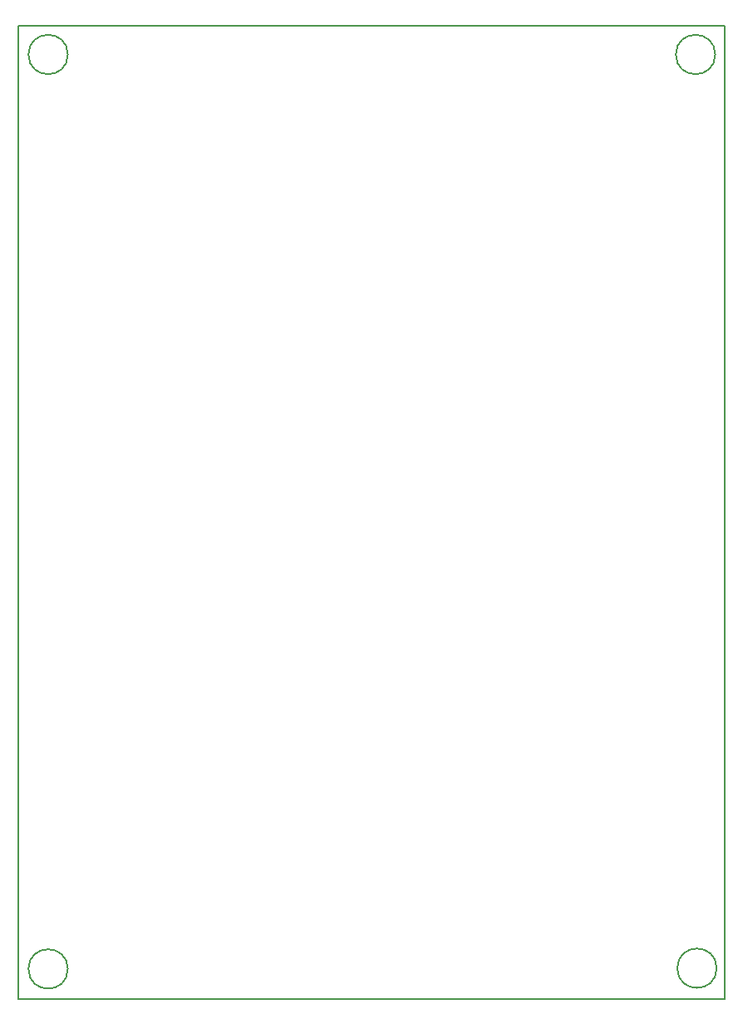
<source format=gbr>
%TF.GenerationSoftware,KiCad,Pcbnew,9.0.0*%
%TF.CreationDate,2025-05-17T17:18:32+03:00*%
%TF.ProjectId,Inverter,496e7665-7274-4657-922e-6b696361645f,rev?*%
%TF.SameCoordinates,Original*%
%TF.FileFunction,Profile,NP*%
%FSLAX46Y46*%
G04 Gerber Fmt 4.6, Leading zero omitted, Abs format (unit mm)*
G04 Created by KiCad (PCBNEW 9.0.0) date 2025-05-17 17:18:32*
%MOMM*%
%LPD*%
G01*
G04 APERTURE LIST*
%TA.AperFunction,Profile*%
%ADD10C,0.200000*%
%TD*%
G04 APERTURE END LIST*
D10*
X108805617Y-139405617D02*
G75*
G02*
X104794383Y-139405617I-2005617J0D01*
G01*
X104794383Y-139405617D02*
G75*
G02*
X108805617Y-139405617I2005617J0D01*
G01*
X174755617Y-46330617D02*
G75*
G02*
X170744383Y-46330617I-2005617J0D01*
G01*
X170744383Y-46330617D02*
G75*
G02*
X174755617Y-46330617I2005617J0D01*
G01*
X174905617Y-139330617D02*
G75*
G02*
X170894383Y-139330617I-2005617J0D01*
G01*
X170894383Y-139330617D02*
G75*
G02*
X174905617Y-139330617I2005617J0D01*
G01*
X108805617Y-46330617D02*
G75*
G02*
X104794383Y-46330617I-2005617J0D01*
G01*
X104794383Y-46330617D02*
G75*
G02*
X108805617Y-46330617I2005617J0D01*
G01*
X103800000Y-43375000D02*
X175700000Y-43375000D01*
X175700000Y-142425000D01*
X103800000Y-142425000D01*
X103800000Y-43375000D01*
M02*

</source>
